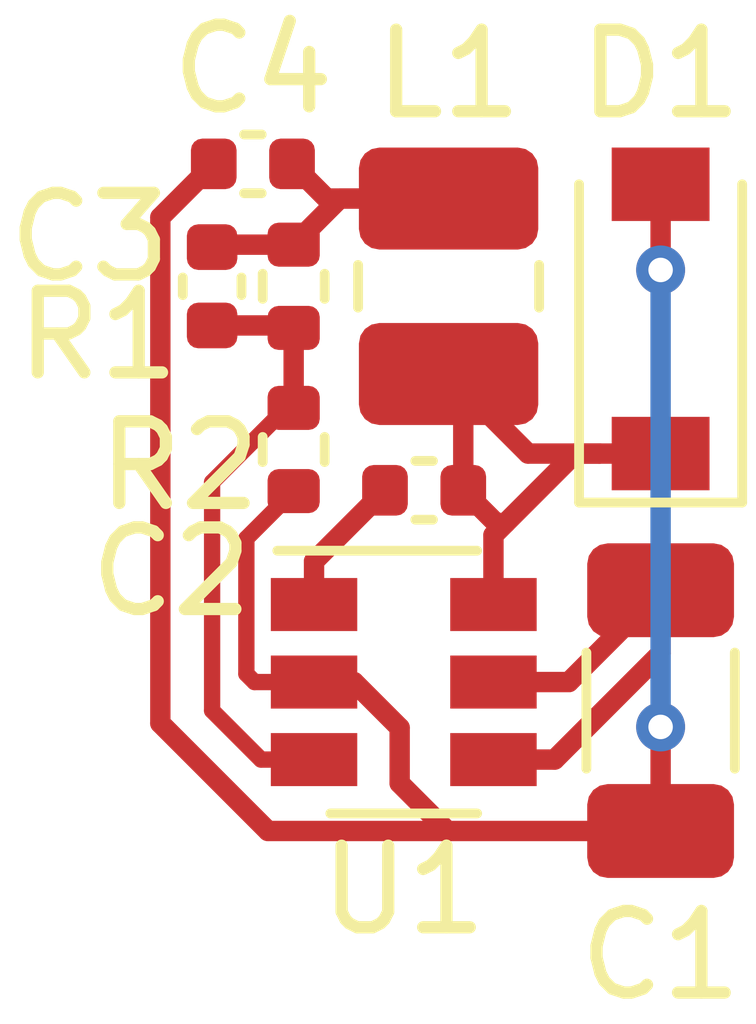
<source format=kicad_pcb>
(kicad_pcb (version 20171130) (host pcbnew 5.1.9)

  (general
    (thickness 1.6)
    (drawings 0)
    (tracks 50)
    (zones 0)
    (modules 9)
    (nets 7)
  )

  (page A4)
  (layers
    (0 F.Cu signal)
    (31 B.Cu signal)
    (32 B.Adhes user)
    (33 F.Adhes user)
    (34 B.Paste user)
    (35 F.Paste user)
    (36 B.SilkS user)
    (37 F.SilkS user)
    (38 B.Mask user)
    (39 F.Mask user)
    (40 Dwgs.User user)
    (41 Cmts.User user)
    (42 Eco1.User user)
    (43 Eco2.User user)
    (44 Edge.Cuts user)
    (45 Margin user)
    (46 B.CrtYd user)
    (47 F.CrtYd user)
    (48 B.Fab user)
    (49 F.Fab user hide)
  )

  (setup
    (last_trace_width 0.25)
    (user_trace_width 0.09)
    (user_trace_width 0.127)
    (user_trace_width 0.2)
    (trace_clearance 0.2)
    (zone_clearance 0.508)
    (zone_45_only no)
    (trace_min 0.09)
    (via_size 0.8)
    (via_drill 0.4)
    (via_min_size 0.4)
    (via_min_drill 0.2)
    (user_via 0.4 0.2)
    (user_via 0.6 0.3)
    (uvia_size 0.3)
    (uvia_drill 0.1)
    (uvias_allowed no)
    (uvia_min_size 0.2)
    (uvia_min_drill 0.1)
    (edge_width 0.05)
    (segment_width 0.2)
    (pcb_text_width 0.3)
    (pcb_text_size 1.5 1.5)
    (mod_edge_width 0.12)
    (mod_text_size 1 1)
    (mod_text_width 0.15)
    (pad_size 1.524 1.524)
    (pad_drill 0.762)
    (pad_to_mask_clearance 0)
    (aux_axis_origin 0 0)
    (visible_elements FFFFFF7F)
    (pcbplotparams
      (layerselection 0x010fc_ffffffff)
      (usegerberextensions false)
      (usegerberattributes true)
      (usegerberadvancedattributes true)
      (creategerberjobfile true)
      (excludeedgelayer true)
      (linewidth 0.100000)
      (plotframeref false)
      (viasonmask false)
      (mode 1)
      (useauxorigin false)
      (hpglpennumber 1)
      (hpglpenspeed 20)
      (hpglpendiameter 15.000000)
      (psnegative false)
      (psa4output false)
      (plotreference true)
      (plotvalue true)
      (plotinvisibletext false)
      (padsonsilk false)
      (subtractmaskfromsilk false)
      (outputformat 1)
      (mirror false)
      (drillshape 1)
      (scaleselection 1)
      (outputdirectory ""))
  )

  (net 0 "")
  (net 1 VBUS)
  (net 2 GND)
  (net 3 "Net-(C2-Pad2)")
  (net 4 "Net-(C2-Pad1)")
  (net 5 +3V3)
  (net 6 /FB)

  (net_class Default "This is the default net class."
    (clearance 0.2)
    (trace_width 0.25)
    (via_dia 0.8)
    (via_drill 0.4)
    (uvia_dia 0.3)
    (uvia_drill 0.1)
    (add_net +3V3)
    (add_net /FB)
    (add_net GND)
    (add_net "Net-(C2-Pad1)")
    (add_net "Net-(C2-Pad2)")
    (add_net VBUS)
  )

  (module Package_TO_SOT_SMD:SOT-23-6 (layer F.Cu) (tedit 5A02FF57) (tstamp 608300A4)
    (at 149.55 92.85)
    (descr "6-pin SOT-23 package")
    (tags SOT-23-6)
    (path /60833A9E)
    (attr smd)
    (fp_text reference U1 (at 0 2.55) (layer F.SilkS)
      (effects (font (size 1 1) (thickness 0.15)))
    )
    (fp_text value MP2451 (at 0 2.9) (layer F.Fab)
      (effects (font (size 1 1) (thickness 0.15)))
    )
    (fp_text user %R (at 0 0 90) (layer F.Fab)
      (effects (font (size 0.5 0.5) (thickness 0.075)))
    )
    (fp_line (start -0.9 1.61) (end 0.9 1.61) (layer F.SilkS) (width 0.12))
    (fp_line (start 0.9 -1.61) (end -1.55 -1.61) (layer F.SilkS) (width 0.12))
    (fp_line (start 1.9 -1.8) (end -1.9 -1.8) (layer F.CrtYd) (width 0.05))
    (fp_line (start 1.9 1.8) (end 1.9 -1.8) (layer F.CrtYd) (width 0.05))
    (fp_line (start -1.9 1.8) (end 1.9 1.8) (layer F.CrtYd) (width 0.05))
    (fp_line (start -1.9 -1.8) (end -1.9 1.8) (layer F.CrtYd) (width 0.05))
    (fp_line (start -0.9 -0.9) (end -0.25 -1.55) (layer F.Fab) (width 0.1))
    (fp_line (start 0.9 -1.55) (end -0.25 -1.55) (layer F.Fab) (width 0.1))
    (fp_line (start -0.9 -0.9) (end -0.9 1.55) (layer F.Fab) (width 0.1))
    (fp_line (start 0.9 1.55) (end -0.9 1.55) (layer F.Fab) (width 0.1))
    (fp_line (start 0.9 -1.55) (end 0.9 1.55) (layer F.Fab) (width 0.1))
    (pad 5 smd rect (at 1.1 0) (size 1.06 0.65) (layers F.Cu F.Paste F.Mask)
      (net 1 VBUS))
    (pad 6 smd rect (at 1.1 -0.95) (size 1.06 0.65) (layers F.Cu F.Paste F.Mask)
      (net 4 "Net-(C2-Pad1)"))
    (pad 4 smd rect (at 1.1 0.95) (size 1.06 0.65) (layers F.Cu F.Paste F.Mask)
      (net 1 VBUS))
    (pad 3 smd rect (at -1.1 0.95) (size 1.06 0.65) (layers F.Cu F.Paste F.Mask)
      (net 6 /FB))
    (pad 2 smd rect (at -1.1 0) (size 1.06 0.65) (layers F.Cu F.Paste F.Mask)
      (net 2 GND))
    (pad 1 smd rect (at -1.1 -0.95) (size 1.06 0.65) (layers F.Cu F.Paste F.Mask)
      (net 3 "Net-(C2-Pad2)"))
    (model ${KISYS3DMOD}/Package_TO_SOT_SMD.3dshapes/SOT-23-6.wrl
      (at (xyz 0 0 0))
      (scale (xyz 1 1 1))
      (rotate (xyz 0 0 0))
    )
  )

  (module Resistor_SMD:R_0402_1005Metric (layer F.Cu) (tedit 5F68FEEE) (tstamp 6083008E)
    (at 148.2 90 270)
    (descr "Resistor SMD 0402 (1005 Metric), square (rectangular) end terminal, IPC_7351 nominal, (Body size source: IPC-SM-782 page 72, https://www.pcb-3d.com/wordpress/wp-content/uploads/ipc-sm-782a_amendment_1_and_2.pdf), generated with kicad-footprint-generator")
    (tags resistor)
    (path /6083615B)
    (attr smd)
    (fp_text reference R2 (at 0.2 1.4 180) (layer F.SilkS)
      (effects (font (size 1 1) (thickness 0.15)))
    )
    (fp_text value 24k (at 0 1.17 90) (layer F.Fab)
      (effects (font (size 1 1) (thickness 0.15)))
    )
    (fp_text user %R (at 0 0 90) (layer F.Fab)
      (effects (font (size 0.26 0.26) (thickness 0.04)))
    )
    (fp_line (start -0.525 0.27) (end -0.525 -0.27) (layer F.Fab) (width 0.1))
    (fp_line (start -0.525 -0.27) (end 0.525 -0.27) (layer F.Fab) (width 0.1))
    (fp_line (start 0.525 -0.27) (end 0.525 0.27) (layer F.Fab) (width 0.1))
    (fp_line (start 0.525 0.27) (end -0.525 0.27) (layer F.Fab) (width 0.1))
    (fp_line (start -0.153641 -0.38) (end 0.153641 -0.38) (layer F.SilkS) (width 0.12))
    (fp_line (start -0.153641 0.38) (end 0.153641 0.38) (layer F.SilkS) (width 0.12))
    (fp_line (start -0.93 0.47) (end -0.93 -0.47) (layer F.CrtYd) (width 0.05))
    (fp_line (start -0.93 -0.47) (end 0.93 -0.47) (layer F.CrtYd) (width 0.05))
    (fp_line (start 0.93 -0.47) (end 0.93 0.47) (layer F.CrtYd) (width 0.05))
    (fp_line (start 0.93 0.47) (end -0.93 0.47) (layer F.CrtYd) (width 0.05))
    (pad 2 smd roundrect (at 0.51 0 270) (size 0.54 0.64) (layers F.Cu F.Paste F.Mask) (roundrect_rratio 0.25)
      (net 2 GND))
    (pad 1 smd roundrect (at -0.51 0 270) (size 0.54 0.64) (layers F.Cu F.Paste F.Mask) (roundrect_rratio 0.25)
      (net 6 /FB))
    (model ${KISYS3DMOD}/Resistor_SMD.3dshapes/R_0402_1005Metric.wrl
      (at (xyz 0 0 0))
      (scale (xyz 1 1 1))
      (rotate (xyz 0 0 0))
    )
  )

  (module Resistor_SMD:R_0402_1005Metric (layer F.Cu) (tedit 5F68FEEE) (tstamp 6083007D)
    (at 148.2 88 270)
    (descr "Resistor SMD 0402 (1005 Metric), square (rectangular) end terminal, IPC_7351 nominal, (Body size source: IPC-SM-782 page 72, https://www.pcb-3d.com/wordpress/wp-content/uploads/ipc-sm-782a_amendment_1_and_2.pdf), generated with kicad-footprint-generator")
    (tags resistor)
    (path /6083585D)
    (attr smd)
    (fp_text reference R1 (at 0.6 2.4 180) (layer F.SilkS)
      (effects (font (size 1 1) (thickness 0.15)))
    )
    (fp_text value 75k (at 0 1.17 90) (layer F.Fab)
      (effects (font (size 1 1) (thickness 0.15)))
    )
    (fp_text user %R (at 0 0 90) (layer F.Fab)
      (effects (font (size 0.26 0.26) (thickness 0.04)))
    )
    (fp_line (start -0.525 0.27) (end -0.525 -0.27) (layer F.Fab) (width 0.1))
    (fp_line (start -0.525 -0.27) (end 0.525 -0.27) (layer F.Fab) (width 0.1))
    (fp_line (start 0.525 -0.27) (end 0.525 0.27) (layer F.Fab) (width 0.1))
    (fp_line (start 0.525 0.27) (end -0.525 0.27) (layer F.Fab) (width 0.1))
    (fp_line (start -0.153641 -0.38) (end 0.153641 -0.38) (layer F.SilkS) (width 0.12))
    (fp_line (start -0.153641 0.38) (end 0.153641 0.38) (layer F.SilkS) (width 0.12))
    (fp_line (start -0.93 0.47) (end -0.93 -0.47) (layer F.CrtYd) (width 0.05))
    (fp_line (start -0.93 -0.47) (end 0.93 -0.47) (layer F.CrtYd) (width 0.05))
    (fp_line (start 0.93 -0.47) (end 0.93 0.47) (layer F.CrtYd) (width 0.05))
    (fp_line (start 0.93 0.47) (end -0.93 0.47) (layer F.CrtYd) (width 0.05))
    (pad 2 smd roundrect (at 0.51 0 270) (size 0.54 0.64) (layers F.Cu F.Paste F.Mask) (roundrect_rratio 0.25)
      (net 6 /FB))
    (pad 1 smd roundrect (at -0.51 0 270) (size 0.54 0.64) (layers F.Cu F.Paste F.Mask) (roundrect_rratio 0.25)
      (net 5 +3V3))
    (model ${KISYS3DMOD}/Resistor_SMD.3dshapes/R_0402_1005Metric.wrl
      (at (xyz 0 0 0))
      (scale (xyz 1 1 1))
      (rotate (xyz 0 0 0))
    )
  )

  (module Inductor_SMD:L_1008_2520Metric (layer F.Cu) (tedit 5F68FEF0) (tstamp 6083006C)
    (at 150.1 88 90)
    (descr "Inductor SMD 1008 (2520 Metric), square (rectangular) end terminal, IPC_7351 nominal, (Body size source: https://ecsxtal.com/store/pdf/ECS-MPI2520-SMD-POWER-INDUCTOR.pdf), generated with kicad-footprint-generator")
    (tags inductor)
    (path /608344CC)
    (attr smd)
    (fp_text reference L1 (at 2.6 0 180) (layer F.SilkS)
      (effects (font (size 1 1) (thickness 0.15)))
    )
    (fp_text value 2.2uH (at 0 2.05 90) (layer F.Fab)
      (effects (font (size 1 1) (thickness 0.15)))
    )
    (fp_text user %R (at 0 0 90) (layer F.Fab)
      (effects (font (size 0.62 0.62) (thickness 0.09)))
    )
    (fp_line (start -1.25 1) (end -1.25 -1) (layer F.Fab) (width 0.1))
    (fp_line (start -1.25 -1) (end 1.25 -1) (layer F.Fab) (width 0.1))
    (fp_line (start 1.25 -1) (end 1.25 1) (layer F.Fab) (width 0.1))
    (fp_line (start 1.25 1) (end -1.25 1) (layer F.Fab) (width 0.1))
    (fp_line (start -0.261252 -1.11) (end 0.261252 -1.11) (layer F.SilkS) (width 0.12))
    (fp_line (start -0.261252 1.11) (end 0.261252 1.11) (layer F.SilkS) (width 0.12))
    (fp_line (start -1.95 1.35) (end -1.95 -1.35) (layer F.CrtYd) (width 0.05))
    (fp_line (start -1.95 -1.35) (end 1.95 -1.35) (layer F.CrtYd) (width 0.05))
    (fp_line (start 1.95 -1.35) (end 1.95 1.35) (layer F.CrtYd) (width 0.05))
    (fp_line (start 1.95 1.35) (end -1.95 1.35) (layer F.CrtYd) (width 0.05))
    (pad 2 smd roundrect (at 1.075 0 90) (size 1.25 2.2) (layers F.Cu F.Paste F.Mask) (roundrect_rratio 0.2)
      (net 5 +3V3))
    (pad 1 smd roundrect (at -1.075 0 90) (size 1.25 2.2) (layers F.Cu F.Paste F.Mask) (roundrect_rratio 0.2)
      (net 4 "Net-(C2-Pad1)"))
    (model ${KISYS3DMOD}/Inductor_SMD.3dshapes/L_1008_2520Metric.wrl
      (at (xyz 0 0 0))
      (scale (xyz 1 1 1))
      (rotate (xyz 0 0 0))
    )
  )

  (module Diode_SMD:D_SOD-123 (layer F.Cu) (tedit 58645DC7) (tstamp 6083005B)
    (at 152.7 88.4 90)
    (descr SOD-123)
    (tags SOD-123)
    (path /608368CB)
    (attr smd)
    (fp_text reference D1 (at 3 0 180) (layer F.SilkS)
      (effects (font (size 1 1) (thickness 0.15)))
    )
    (fp_text value 40V (at 0 2.1 90) (layer F.Fab)
      (effects (font (size 1 1) (thickness 0.15)))
    )
    (fp_text user %R (at 0 -2 90) (layer F.Fab)
      (effects (font (size 1 1) (thickness 0.15)))
    )
    (fp_line (start -2.25 -1) (end -2.25 1) (layer F.SilkS) (width 0.12))
    (fp_line (start 0.25 0) (end 0.75 0) (layer F.Fab) (width 0.1))
    (fp_line (start 0.25 0.4) (end -0.35 0) (layer F.Fab) (width 0.1))
    (fp_line (start 0.25 -0.4) (end 0.25 0.4) (layer F.Fab) (width 0.1))
    (fp_line (start -0.35 0) (end 0.25 -0.4) (layer F.Fab) (width 0.1))
    (fp_line (start -0.35 0) (end -0.35 0.55) (layer F.Fab) (width 0.1))
    (fp_line (start -0.35 0) (end -0.35 -0.55) (layer F.Fab) (width 0.1))
    (fp_line (start -0.75 0) (end -0.35 0) (layer F.Fab) (width 0.1))
    (fp_line (start -1.4 0.9) (end -1.4 -0.9) (layer F.Fab) (width 0.1))
    (fp_line (start 1.4 0.9) (end -1.4 0.9) (layer F.Fab) (width 0.1))
    (fp_line (start 1.4 -0.9) (end 1.4 0.9) (layer F.Fab) (width 0.1))
    (fp_line (start -1.4 -0.9) (end 1.4 -0.9) (layer F.Fab) (width 0.1))
    (fp_line (start -2.35 -1.15) (end 2.35 -1.15) (layer F.CrtYd) (width 0.05))
    (fp_line (start 2.35 -1.15) (end 2.35 1.15) (layer F.CrtYd) (width 0.05))
    (fp_line (start 2.35 1.15) (end -2.35 1.15) (layer F.CrtYd) (width 0.05))
    (fp_line (start -2.35 -1.15) (end -2.35 1.15) (layer F.CrtYd) (width 0.05))
    (fp_line (start -2.25 1) (end 1.65 1) (layer F.SilkS) (width 0.12))
    (fp_line (start -2.25 -1) (end 1.65 -1) (layer F.SilkS) (width 0.12))
    (pad 2 smd rect (at 1.65 0 90) (size 0.9 1.2) (layers F.Cu F.Paste F.Mask)
      (net 2 GND))
    (pad 1 smd rect (at -1.65 0 90) (size 0.9 1.2) (layers F.Cu F.Paste F.Mask)
      (net 4 "Net-(C2-Pad1)"))
    (model ${KISYS3DMOD}/Diode_SMD.3dshapes/D_SOD-123.wrl
      (at (xyz 0 0 0))
      (scale (xyz 1 1 1))
      (rotate (xyz 0 0 0))
    )
  )

  (module Capacitor_SMD:C_0402_1005Metric (layer F.Cu) (tedit 5F68FEEE) (tstamp 60830042)
    (at 147.7 86.5)
    (descr "Capacitor SMD 0402 (1005 Metric), square (rectangular) end terminal, IPC_7351 nominal, (Body size source: IPC-SM-782 page 76, https://www.pcb-3d.com/wordpress/wp-content/uploads/ipc-sm-782a_amendment_1_and_2.pdf), generated with kicad-footprint-generator")
    (tags capacitor)
    (path /6083F03F)
    (attr smd)
    (fp_text reference C4 (at 0 -1.16) (layer F.SilkS)
      (effects (font (size 1 1) (thickness 0.15)))
    )
    (fp_text value 10uF (at 0 1.16) (layer F.Fab)
      (effects (font (size 1 1) (thickness 0.15)))
    )
    (fp_text user %R (at 0 0) (layer F.Fab)
      (effects (font (size 0.25 0.25) (thickness 0.04)))
    )
    (fp_line (start -0.5 0.25) (end -0.5 -0.25) (layer F.Fab) (width 0.1))
    (fp_line (start -0.5 -0.25) (end 0.5 -0.25) (layer F.Fab) (width 0.1))
    (fp_line (start 0.5 -0.25) (end 0.5 0.25) (layer F.Fab) (width 0.1))
    (fp_line (start 0.5 0.25) (end -0.5 0.25) (layer F.Fab) (width 0.1))
    (fp_line (start -0.107836 -0.36) (end 0.107836 -0.36) (layer F.SilkS) (width 0.12))
    (fp_line (start -0.107836 0.36) (end 0.107836 0.36) (layer F.SilkS) (width 0.12))
    (fp_line (start -0.91 0.46) (end -0.91 -0.46) (layer F.CrtYd) (width 0.05))
    (fp_line (start -0.91 -0.46) (end 0.91 -0.46) (layer F.CrtYd) (width 0.05))
    (fp_line (start 0.91 -0.46) (end 0.91 0.46) (layer F.CrtYd) (width 0.05))
    (fp_line (start 0.91 0.46) (end -0.91 0.46) (layer F.CrtYd) (width 0.05))
    (pad 2 smd roundrect (at 0.48 0) (size 0.56 0.62) (layers F.Cu F.Paste F.Mask) (roundrect_rratio 0.25)
      (net 5 +3V3))
    (pad 1 smd roundrect (at -0.48 0) (size 0.56 0.62) (layers F.Cu F.Paste F.Mask) (roundrect_rratio 0.25)
      (net 2 GND))
    (model ${KISYS3DMOD}/Capacitor_SMD.3dshapes/C_0402_1005Metric.wrl
      (at (xyz 0 0 0))
      (scale (xyz 1 1 1))
      (rotate (xyz 0 0 0))
    )
  )

  (module Capacitor_SMD:C_0402_1005Metric (layer F.Cu) (tedit 5F68FEEE) (tstamp 60830031)
    (at 147.2 88 90)
    (descr "Capacitor SMD 0402 (1005 Metric), square (rectangular) end terminal, IPC_7351 nominal, (Body size source: IPC-SM-782 page 76, https://www.pcb-3d.com/wordpress/wp-content/uploads/ipc-sm-782a_amendment_1_and_2.pdf), generated with kicad-footprint-generator")
    (tags capacitor)
    (path /6083D1E3)
    (attr smd)
    (fp_text reference C3 (at 0.6 -1.5 180) (layer F.SilkS)
      (effects (font (size 1 1) (thickness 0.15)))
    )
    (fp_text value 33pF (at 0 1.16 90) (layer F.Fab)
      (effects (font (size 1 1) (thickness 0.15)))
    )
    (fp_text user %R (at 0 0 90) (layer F.Fab)
      (effects (font (size 0.25 0.25) (thickness 0.04)))
    )
    (fp_line (start -0.5 0.25) (end -0.5 -0.25) (layer F.Fab) (width 0.1))
    (fp_line (start -0.5 -0.25) (end 0.5 -0.25) (layer F.Fab) (width 0.1))
    (fp_line (start 0.5 -0.25) (end 0.5 0.25) (layer F.Fab) (width 0.1))
    (fp_line (start 0.5 0.25) (end -0.5 0.25) (layer F.Fab) (width 0.1))
    (fp_line (start -0.107836 -0.36) (end 0.107836 -0.36) (layer F.SilkS) (width 0.12))
    (fp_line (start -0.107836 0.36) (end 0.107836 0.36) (layer F.SilkS) (width 0.12))
    (fp_line (start -0.91 0.46) (end -0.91 -0.46) (layer F.CrtYd) (width 0.05))
    (fp_line (start -0.91 -0.46) (end 0.91 -0.46) (layer F.CrtYd) (width 0.05))
    (fp_line (start 0.91 -0.46) (end 0.91 0.46) (layer F.CrtYd) (width 0.05))
    (fp_line (start 0.91 0.46) (end -0.91 0.46) (layer F.CrtYd) (width 0.05))
    (pad 2 smd roundrect (at 0.48 0 90) (size 0.56 0.62) (layers F.Cu F.Paste F.Mask) (roundrect_rratio 0.25)
      (net 5 +3V3))
    (pad 1 smd roundrect (at -0.48 0 90) (size 0.56 0.62) (layers F.Cu F.Paste F.Mask) (roundrect_rratio 0.25)
      (net 6 /FB))
    (model ${KISYS3DMOD}/Capacitor_SMD.3dshapes/C_0402_1005Metric.wrl
      (at (xyz 0 0 0))
      (scale (xyz 1 1 1))
      (rotate (xyz 0 0 0))
    )
  )

  (module Capacitor_SMD:C_0402_1005Metric (layer F.Cu) (tedit 5F68FEEE) (tstamp 60830020)
    (at 149.8 90.5 180)
    (descr "Capacitor SMD 0402 (1005 Metric), square (rectangular) end terminal, IPC_7351 nominal, (Body size source: IPC-SM-782 page 76, https://www.pcb-3d.com/wordpress/wp-content/uploads/ipc-sm-782a_amendment_1_and_2.pdf), generated with kicad-footprint-generator")
    (tags capacitor)
    (path /60837D9F)
    (attr smd)
    (fp_text reference C2 (at 3.1 -1) (layer F.SilkS)
      (effects (font (size 1 1) (thickness 0.15)))
    )
    (fp_text value 100nF (at 0 1.16) (layer F.Fab)
      (effects (font (size 1 1) (thickness 0.15)))
    )
    (fp_text user %R (at 0 0) (layer F.Fab)
      (effects (font (size 0.25 0.25) (thickness 0.04)))
    )
    (fp_line (start -0.5 0.25) (end -0.5 -0.25) (layer F.Fab) (width 0.1))
    (fp_line (start -0.5 -0.25) (end 0.5 -0.25) (layer F.Fab) (width 0.1))
    (fp_line (start 0.5 -0.25) (end 0.5 0.25) (layer F.Fab) (width 0.1))
    (fp_line (start 0.5 0.25) (end -0.5 0.25) (layer F.Fab) (width 0.1))
    (fp_line (start -0.107836 -0.36) (end 0.107836 -0.36) (layer F.SilkS) (width 0.12))
    (fp_line (start -0.107836 0.36) (end 0.107836 0.36) (layer F.SilkS) (width 0.12))
    (fp_line (start -0.91 0.46) (end -0.91 -0.46) (layer F.CrtYd) (width 0.05))
    (fp_line (start -0.91 -0.46) (end 0.91 -0.46) (layer F.CrtYd) (width 0.05))
    (fp_line (start 0.91 -0.46) (end 0.91 0.46) (layer F.CrtYd) (width 0.05))
    (fp_line (start 0.91 0.46) (end -0.91 0.46) (layer F.CrtYd) (width 0.05))
    (pad 2 smd roundrect (at 0.48 0 180) (size 0.56 0.62) (layers F.Cu F.Paste F.Mask) (roundrect_rratio 0.25)
      (net 3 "Net-(C2-Pad2)"))
    (pad 1 smd roundrect (at -0.48 0 180) (size 0.56 0.62) (layers F.Cu F.Paste F.Mask) (roundrect_rratio 0.25)
      (net 4 "Net-(C2-Pad1)"))
    (model ${KISYS3DMOD}/Capacitor_SMD.3dshapes/C_0402_1005Metric.wrl
      (at (xyz 0 0 0))
      (scale (xyz 1 1 1))
      (rotate (xyz 0 0 0))
    )
  )

  (module Capacitor_SMD:C_1206_3216Metric (layer F.Cu) (tedit 5F68FEEE) (tstamp 6083000F)
    (at 152.7 93.2 90)
    (descr "Capacitor SMD 1206 (3216 Metric), square (rectangular) end terminal, IPC_7351 nominal, (Body size source: IPC-SM-782 page 76, https://www.pcb-3d.com/wordpress/wp-content/uploads/ipc-sm-782a_amendment_1_and_2.pdf), generated with kicad-footprint-generator")
    (tags capacitor)
    (path /608405C0)
    (attr smd)
    (fp_text reference C1 (at -3 0 180) (layer F.SilkS)
      (effects (font (size 1 1) (thickness 0.15)))
    )
    (fp_text value 10uF (at 0 1.85 90) (layer F.Fab)
      (effects (font (size 1 1) (thickness 0.15)))
    )
    (fp_text user %R (at 0 0 90) (layer F.Fab)
      (effects (font (size 0.8 0.8) (thickness 0.12)))
    )
    (fp_line (start -1.6 0.8) (end -1.6 -0.8) (layer F.Fab) (width 0.1))
    (fp_line (start -1.6 -0.8) (end 1.6 -0.8) (layer F.Fab) (width 0.1))
    (fp_line (start 1.6 -0.8) (end 1.6 0.8) (layer F.Fab) (width 0.1))
    (fp_line (start 1.6 0.8) (end -1.6 0.8) (layer F.Fab) (width 0.1))
    (fp_line (start -0.711252 -0.91) (end 0.711252 -0.91) (layer F.SilkS) (width 0.12))
    (fp_line (start -0.711252 0.91) (end 0.711252 0.91) (layer F.SilkS) (width 0.12))
    (fp_line (start -2.3 1.15) (end -2.3 -1.15) (layer F.CrtYd) (width 0.05))
    (fp_line (start -2.3 -1.15) (end 2.3 -1.15) (layer F.CrtYd) (width 0.05))
    (fp_line (start 2.3 -1.15) (end 2.3 1.15) (layer F.CrtYd) (width 0.05))
    (fp_line (start 2.3 1.15) (end -2.3 1.15) (layer F.CrtYd) (width 0.05))
    (pad 2 smd roundrect (at 1.475 0 90) (size 1.15 1.8) (layers F.Cu F.Paste F.Mask) (roundrect_rratio 0.217391)
      (net 1 VBUS))
    (pad 1 smd roundrect (at -1.475 0 90) (size 1.15 1.8) (layers F.Cu F.Paste F.Mask) (roundrect_rratio 0.217391)
      (net 2 GND))
    (model ${KISYS3DMOD}/Capacitor_SMD.3dshapes/C_1206_3216Metric.wrl
      (at (xyz 0 0 0))
      (scale (xyz 1 1 1))
      (rotate (xyz 0 0 0))
    )
  )

  (segment (start 151.575 92.85) (end 152.7 91.725) (width 0.25) (layer F.Cu) (net 1))
  (segment (start 150.65 92.85) (end 151.575 92.85) (width 0.25) (layer F.Cu) (net 1))
  (segment (start 150.65 93.8) (end 151.4 93.8) (width 0.25) (layer F.Cu) (net 1))
  (segment (start 152.7 92.5) (end 152.7 91.725) (width 0.25) (layer F.Cu) (net 1))
  (segment (start 151.4 93.8) (end 152.7 92.5) (width 0.25) (layer F.Cu) (net 1))
  (segment (start 147.72 92.85) (end 148.45 92.85) (width 0.2) (layer F.Cu) (net 2))
  (segment (start 147.619999 92.749999) (end 147.72 92.85) (width 0.2) (layer F.Cu) (net 2))
  (segment (start 147.619999 91.090001) (end 147.619999 92.749999) (width 0.2) (layer F.Cu) (net 2))
  (segment (start 148.2 90.51) (end 147.619999 91.090001) (width 0.2) (layer F.Cu) (net 2))
  (segment (start 149.5 94.090002) (end 150.084998 94.675) (width 0.25) (layer F.Cu) (net 2))
  (segment (start 149.5 93.409998) (end 149.5 94.090002) (width 0.25) (layer F.Cu) (net 2))
  (segment (start 148.940002 92.85) (end 149.5 93.409998) (width 0.25) (layer F.Cu) (net 2))
  (segment (start 150.084998 94.675) (end 152.7 94.675) (width 0.25) (layer F.Cu) (net 2))
  (segment (start 148.45 92.85) (end 148.940002 92.85) (width 0.25) (layer F.Cu) (net 2))
  (segment (start 146.56499 87.15501) (end 147.22 86.5) (width 0.25) (layer F.Cu) (net 2))
  (segment (start 146.56499 93.354992) (end 146.56499 87.15501) (width 0.25) (layer F.Cu) (net 2))
  (segment (start 147.884998 94.675) (end 146.56499 93.354992) (width 0.25) (layer F.Cu) (net 2))
  (segment (start 150.084998 94.675) (end 147.884998 94.675) (width 0.25) (layer F.Cu) (net 2))
  (via (at 152.7 87.8) (size 0.6) (drill 0.3) (layers F.Cu B.Cu) (net 2))
  (segment (start 152.7 86.75) (end 152.7 87.8) (width 0.25) (layer F.Cu) (net 2))
  (via (at 152.7 93.4) (size 0.6) (drill 0.3) (layers F.Cu B.Cu) (net 2))
  (segment (start 152.7 87.8) (end 152.7 93.4) (width 0.25) (layer B.Cu) (net 2))
  (segment (start 152.7 93.4) (end 152.7 94.675) (width 0.25) (layer F.Cu) (net 2))
  (segment (start 148.45 91.37) (end 149.32 90.5) (width 0.25) (layer F.Cu) (net 3))
  (segment (start 148.45 91.9) (end 148.45 91.37) (width 0.25) (layer F.Cu) (net 3))
  (segment (start 150.65 91.9) (end 150.65 91.05) (width 0.25) (layer F.Cu) (net 4))
  (segment (start 150.65 91.05) (end 150.8 90.9) (width 0.25) (layer F.Cu) (net 4))
  (segment (start 150.68 90.9) (end 150.28 90.5) (width 0.25) (layer F.Cu) (net 4))
  (segment (start 150.8 90.9) (end 150.68 90.9) (width 0.25) (layer F.Cu) (net 4))
  (segment (start 150.8 90.9) (end 151.65 90.05) (width 0.25) (layer F.Cu) (net 4))
  (segment (start 150.28 89.255) (end 150.1 89.075) (width 0.25) (layer F.Cu) (net 4))
  (segment (start 150.28 90.5) (end 150.28 89.255) (width 0.25) (layer F.Cu) (net 4))
  (segment (start 151.075 90.05) (end 151.95 90.05) (width 0.25) (layer F.Cu) (net 4))
  (segment (start 150.1 89.075) (end 151.075 90.05) (width 0.25) (layer F.Cu) (net 4))
  (segment (start 151.95 90.05) (end 152.7 90.05) (width 0.25) (layer F.Cu) (net 4))
  (segment (start 151.65 90.05) (end 151.95 90.05) (width 0.25) (layer F.Cu) (net 4))
  (segment (start 148.605 86.925) (end 148.18 86.5) (width 0.25) (layer F.Cu) (net 5))
  (segment (start 150.1 86.925) (end 148.605 86.925) (width 0.25) (layer F.Cu) (net 5))
  (segment (start 148.765 86.925) (end 148.2 87.49) (width 0.25) (layer F.Cu) (net 5))
  (segment (start 150.1 86.925) (end 148.765 86.925) (width 0.25) (layer F.Cu) (net 5))
  (segment (start 147.23 87.49) (end 147.2 87.52) (width 0.25) (layer F.Cu) (net 5))
  (segment (start 148.2 87.49) (end 147.23 87.49) (width 0.25) (layer F.Cu) (net 5))
  (segment (start 148.17 88.48) (end 148.2 88.51) (width 0.25) (layer F.Cu) (net 6))
  (segment (start 147.2 88.48) (end 148.17 88.48) (width 0.25) (layer F.Cu) (net 6))
  (segment (start 148.2 88.51) (end 148.2 89.49) (width 0.25) (layer F.Cu) (net 6))
  (segment (start 147.2 93.2) (end 147.8 93.8) (width 0.2) (layer F.Cu) (net 6))
  (segment (start 147.2 90.4) (end 147.2 93.2) (width 0.2) (layer F.Cu) (net 6))
  (segment (start 147.8 93.8) (end 148.45 93.8) (width 0.2) (layer F.Cu) (net 6))
  (segment (start 148.11 89.49) (end 147.2 90.4) (width 0.2) (layer F.Cu) (net 6))
  (segment (start 148.2 89.49) (end 148.11 89.49) (width 0.2) (layer F.Cu) (net 6))

)

</source>
